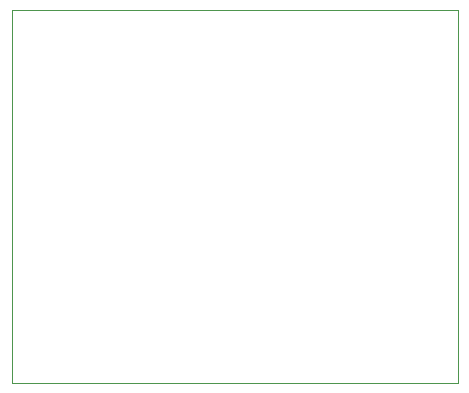
<source format=gbr>
G04 #@! TF.FileFunction,Profile,NP*
%FSLAX46Y46*%
G04 Gerber Fmt 4.6, Leading zero omitted, Abs format (unit mm)*
G04 Created by KiCad (PCBNEW 4.0.1-stable) date 07/06/2016 1:51:26 PM*
%MOMM*%
G01*
G04 APERTURE LIST*
%ADD10C,0.100000*%
G04 APERTURE END LIST*
D10*
X78790800Y-126098300D02*
X78790800Y-125907800D01*
X116509800Y-126098300D02*
X78790800Y-126098300D01*
X116509800Y-94526100D02*
X116509800Y-126098300D01*
X78765400Y-94526100D02*
X116509800Y-94526100D01*
X78790800Y-94691200D02*
X78790800Y-94538800D01*
X78790800Y-95199200D02*
X78790800Y-94615000D01*
X78786180Y-126090680D02*
X78786180Y-95201740D01*
M02*

</source>
